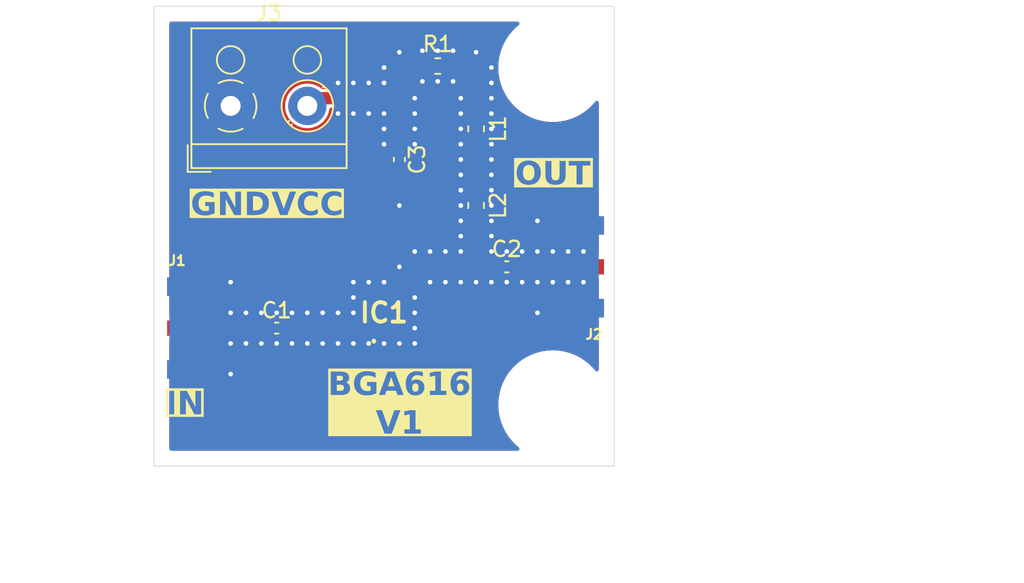
<source format=kicad_pcb>
(kicad_pcb (version 20240108) (generator "pcbnew") (generator_version "8.0")
  (layers (0 "F.Cu" signal) (31 "B.Cu" signal) (34 "B.Paste" user) (35 "F.Paste" user) (36 "B.SilkS" user "B.Silkscreen") (37 "F.SilkS" user "F.Silkscreen") (38 "B.Mask" user) (39 "F.Mask" user) (44 "Edge.Cuts" user))
  (net 0 "")
  (net 1 "Net-(J1-In)")
  (net 2 "Net-(IC1-IN)")
  (net 3 "Net-(J2-In)")
  (net 4 "Net-(IC1-OUT)")
  (net 5 "GND")
  (net 6 "Net-(L1-Pad2)")
  (net 7 "Net-(L1-Pad1)")
  (net 8 "Net-(J3-Pin_2)")
  (footprint "Inductor_SMD:L_0603_1608Metric_Pad1.05x0.95mm_HandSolder" (layer "F.Cu") (at 128.5 93.9)
    (property "Reference" "R1" (at 0 -1.43 0) (layer "F.SilkS"))
    (property "Value" "15")
    (fp_line (start -0.171267 -0.51) (end 0.171267 -0.51) (stroke (width 0.12)) (layer "F.SilkS"))
    (fp_line (start -0.171267 0.51) (end 0.171267 0.51) (stroke (width 0.12)) (layer "F.SilkS"))
    (pad "1" smd roundrect (at -0.875 0) (size 1.05 0.95) (layers "F.Cu" "F.Paste" "F.Mask") (net 8 "Net-(J3-Pin_2)"))
    (pad "2" smd roundrect (at 0.875 0) (size 1.05 0.95) (layers "F.Cu" "F.Paste" "F.Mask") (net 7 "Net-(L1-Pad1)"))
  )
  (footprint "MountingHole:MountingHole_3.2mm_M3_DIN965" (layer "F.Cu") (at 136 94)
    (property "Reference" "H1" (hide yes))
    (property "Value" "M3 mounting hole")
    (pad "" np_thru_hole circle (at 0 0) (size 3.2 3.2) (drill 3.2) (layers "*.Cu" "*.Mask"))
  )
  (footprint "Capacitor_SMD:C_0402_1005Metric_Pad0.74x0.62mm_HandSolder" (layer "F.Cu") (at 126 100 -90)
    (property "Reference" "C3" (at 0 -1.16 -90) (layer "F.SilkS"))
    (property "Value" "10nF")
    (fp_line (start -0.115835 0.36) (end 0.115835 0.36) (stroke (width 0.12)) (layer "F.SilkS"))
    (fp_line (start -0.115835 -0.36) (end 0.115835 -0.36) (stroke (width 0.12)) (layer "F.SilkS"))
    (pad "1" smd roundrect (at -0.5675 0 270) (size 0.735 0.62) (layers "F.Cu" "F.Paste" "F.Mask") (net 8 "Net-(J3-Pin_2)"))
    (pad "2" smd roundrect (at 0.5675 0 270) (size 0.735 0.62) (layers "F.Cu" "F.Paste" "F.Mask") (net 5 "GND"))
  )
  (footprint "Capacitor_SMD:C_0402_1005Metric_Pad0.74x0.62mm_HandSolder" (layer "F.Cu") (at 133 107)
    (property "Reference" "C2" (at 0 -1.16 0) (layer "F.SilkS"))
    (property "Value" "10nF")
    (fp_line (start -0.115835 -0.36) (end 0.115835 -0.36) (stroke (width 0.12)) (layer "F.SilkS"))
    (fp_line (start -0.115835 0.36) (end 0.115835 0.36) (stroke (width 0.12)) (layer "F.SilkS"))
    (pad "1" smd roundrect (at -0.5675 0) (size 0.735 0.62) (layers "F.Cu" "F.Paste" "F.Mask") (net 4 "Net-(IC1-OUT)"))
    (pad "2" smd roundrect (at 0.5675 0) (size 0.735 0.62) (layers "F.Cu" "F.Paste" "F.Mask") (net 3 "Net-(J2-In)"))
  )
  (footprint "rx_amp:RFSOLUTIONS_CON-SMA-EDGE-S" (layer "F.Cu") (at 138.69 107 180)
    (property "Reference" "J2" (at 0 -4.4064 180) (layer "F.SilkS") (effects (font (size 0.64 0.64))))
    (property "Value" "Signal_Out")
    (pad "1" smd rect (at 1.3 0 180) (size 3.9 1) (layers "F.Cu" "F.Paste" "F.Mask") (net 3 "Net-(J2-In)"))
    (pad "2" smd rect (at 1.3 -2.7 180) (size 3.9 1.2) (layers "F.Cu" "F.Paste" "F.Mask") (net 5 "GND"))
    (pad "2" smd rect (at 1.3 -2.7 180) (size 3.9 1.2) (layers "B.Cu" "B.Paste" "B.Mask") (net 5 "GND"))
    (pad "2" smd rect (at 1.3 2.7 180) (size 3.9 1.2) (layers "F.Cu" "F.Paste" "F.Mask") (net 5 "GND"))
    (pad "2" smd rect (at 1.3 2.7 180) (size 3.9 1.2) (layers "B.Cu" "B.Paste" "B.Mask") (net 5 "GND"))
  )
  (footprint "rx_amp:RFSOLUTIONS_CON-SMA-EDGE-S" (layer "F.Cu") (at 111.51 111)
    (property "Reference" "J1" (at 0 -4.4064 0) (layer "F.SilkS") (effects (font (size 0.64 0.64))))
    (property "Value" "Signal_In")
    (pad "1" smd rect (at 1.3 0) (size 3.9 1) (layers "F.Cu" "F.Paste" "F.Mask") (net 1 "Net-(J1-In)"))
    (pad "2" smd rect (at 1.3 -2.7) (size 3.9 1.2) (layers "F.Cu" "F.Paste" "F.Mask") (net 5 "GND"))
    (pad "2" smd rect (at 1.3 -2.7) (size 3.9 1.2) (layers "B.Cu" "B.Paste" "B.Mask") (net 5 "GND"))
    (pad "2" smd rect (at 1.3 2.7) (size 3.9 1.2) (layers "F.Cu" "F.Paste" "F.Mask") (net 5 "GND"))
    (pad "2" smd rect (at 1.3 2.7) (size 3.9 1.2) (layers "B.Cu" "B.Paste" "B.Mask") (net 5 "GND"))
  )
  (footprint "Inductor_SMD:L_0603_1608Metric_Pad1.05x0.95mm_HandSolder" (layer "F.Cu") (at 131 103 -90)
    (property "Reference" "L2" (at 0 -1.43 90) (layer "F.SilkS"))
    (property "Value" "10uHy")
    (fp_line (start -0.171268 0.51) (end 0.171268 0.51) (stroke (width 0.12)) (layer "F.SilkS"))
    (fp_line (start -0.171268 -0.51) (end 0.171268 -0.51) (stroke (width 0.12)) (layer "F.SilkS"))
    (pad "1" smd roundrect (at -0.874999 0 270) (size 1.05 0.95) (layers "F.Cu" "F.Paste" "F.Mask") (net 6 "Net-(L1-Pad2)"))
    (pad "2" smd roundrect (at 0.874999 0 270) (size 1.05 0.95) (layers "F.Cu" "F.Paste" "F.Mask") (net 4 "Net-(IC1-OUT)"))
  )
  (footprint "rx_amp:BGA616H6327XTSA1" (layer "F.Cu") (at 124.99 110)
    (property "Reference" "IC1" (at 0 0 0) (layer "F.SilkS") (effects (font (size 1.27 1.27) (thickness 0.254))))
    (property "Value" "BGA616H6327XTSA1" (hide yes))
    (fp_line (start -0.65 1.8) (end -0.65 1.8) (stroke (width 0.2)) (layer "F.SilkS"))
    (fp_line (start -0.65 1.8) (end -0.65 1.8) (stroke (width 0.2)) (layer "F.SilkS"))
    (fp_line (start -0.65 1.9) (end -0.65 1.9) (stroke (width 0.2)) (layer "F.SilkS"))
    (fp_arc (start -0.65 1.8) (mid -0.6 1.85) (end -0.65 1.9) (stroke (width 0.2)) (layer "F.SilkS"))
    (fp_arc (start -0.65 1.9) (mid -0.7 1.85) (end -0.65 1.8) (stroke (width 0.2)) (layer "F.SilkS"))
    (fp_arc (start -0.65 1.9) (mid -0.7 1.85) (end -0.65 1.8) (stroke (width 0.2)) (layer "F.SilkS"))
    (pad "1" smd rect (at -0.65 1.01) (size 0.5 0.58) (layers "F.Cu" "F.Paste" "F.Mask") (net 2 "Net-(IC1-IN)"))
    (pad "2" smd rect (at 0.5 1.01 90) (size 0.58 0.8) (layers "F.Cu" "F.Paste" "F.Mask") (net 5 "GND"))
    (pad "3" smd rect (at 0.65 -1.01) (size 0.5 0.58) (layers "F.Cu" "F.Paste" "F.Mask") (net 4 "Net-(IC1-OUT)"))
    (pad "4" smd rect (at -0.65 -1.01) (size 0.5 0.58) (layers "F.Cu" "F.Paste" "F.Mask") (net 5 "GND"))
  )
  (footprint "Inductor_SMD:L_0603_1608Metric_Pad1.05x0.95mm_HandSolder" (layer "F.Cu") (at 131 98 -90)
    (property "Reference" "L1" (at 0 -1.43 90) (layer "F.SilkS"))
    (property "Value" "10uHy")
    (fp_line (start -0.171268 0.51) (end 0.171268 0.51) (stroke (width 0.12)) (layer "F.SilkS"))
    (fp_line (start -0.171268 -0.51) (end 0.171268 -0.51) (stroke (width 0.12)) (layer "F.SilkS"))
    (pad "1" smd roundrect (at -0.874999 0 270) (size 1.05 0.95) (layers "F.Cu" "F.Paste" "F.Mask") (net 7 "Net-(L1-Pad1)"))
    (pad "2" smd roundrect (at 0.874999 0 270) (size 1.05 0.95) (layers "F.Cu" "F.Paste" "F.Mask") (net 6 "Net-(L1-Pad2)"))
  )
  (footprint "Capacitor_SMD:C_0402_1005Metric_Pad0.74x0.62mm_HandSolder" (layer "F.Cu") (at 118 111)
    (property "Reference" "C1" (at 0 -1.16 0) (layer "F.SilkS"))
    (property "Value" "10nF")
    (fp_line (start -0.115835 -0.36) (end 0.115835 -0.36) (stroke (width 0.12)) (layer "F.SilkS"))
    (fp_line (start -0.115835 0.36) (end 0.115835 0.36) (stroke (width 0.12)) (layer "F.SilkS"))
    (pad "1" smd roundrect (at -0.5675 0) (size 0.735 0.62) (layers "F.Cu" "F.Paste" "F.Mask") (net 1 "Net-(J1-In)"))
    (pad "2" smd roundrect (at 0.5675 0) (size 0.735 0.62) (layers "F.Cu" "F.Paste" "F.Mask") (net 2 "Net-(IC1-IN)"))
  )
  (footprint "TerminalBlock_RND:TerminalBlock_RND_205-00001_1x02_P5.00mm_Horizontal" (layer "F.Cu") (at 115 96.5)
    (property "Reference" "J3" (at 2.5 -6.06 0) (layer "F.SilkS"))
    (property "Value" "Screw_Terminal_01x02")
    (fp_line (start -2.8 2.56) (end -2.8 4.3) (stroke (width 0.12)) (layer "F.SilkS"))
    (fp_line (start -2.8 4.3) (end -1.3 4.3) (stroke (width 0.12)) (layer "F.SilkS"))
    (fp_line (start -2.56 -5.06) (end -2.56 4.06) (stroke (width 0.12)) (layer "F.SilkS"))
    (fp_line (start -2.56 -5.06) (end 7.56 -5.06) (stroke (width 0.12)) (layer "F.SilkS"))
    (fp_line (start -2.56 2.5) (end 7.56 2.5) (stroke (width 0.12)) (layer "F.SilkS"))
    (fp_line (start -2.56 4.06) (end 7.56 4.06) (stroke (width 0.12)) (layer "F.SilkS"))
    (fp_line (start 3.82 0.976) (end 3.726 1.069) (stroke (width 0.12)) (layer "F.SilkS"))
    (fp_line (start 3.99 1.216) (end 3.931 1.274) (stroke (width 0.12)) (layer "F.SilkS"))
    (fp_line (start 6.07 -1.275) (end 6.011 -1.216) (stroke (width 0.12)) (layer "F.SilkS"))
    (fp_line (start 6.275 -1.069) (end 6.181 -0.976) (stroke (width 0.12)) (layer "F.SilkS"))
    (fp_line (start 7.56 -5.06) (end 7.56 4.06) (stroke (width 0.12)) (layer "F.SilkS"))
    (fp_arc (start -1.483953 0.789089) (mid -1.680708 0.00005) (end -1.484 -0.789) (stroke (width 0.12)) (layer "F.SilkS"))
    (fp_arc (start -0.789089 -1.483953) (mid -0.00005 -1.680708) (end 0.789 -1.484) (stroke (width 0.12)) (layer "F.SilkS"))
    (fp_arc (start 0.029383 1.68045) (mid -0.392304 1.634281) (end -0.789 1.484) (stroke (width 0.12)) (layer "F.SilkS"))
    (fp_arc (start 0.788712 1.483352) (mid 0.406429 1.630097) (end 0 1.68) (stroke (width 0.12)) (layer "F.SilkS"))
    (fp_arc (start 1.483953 -0.789089) (mid 1.680708 -0.00005) (end 1.484 0.789) (stroke (width 0.12)) (layer "F.SilkS"))
    (fp_circle (center 0 -3) (end 0.9 -3) (stroke (width 0.12)) (fill none) (layer "F.SilkS"))
    (fp_circle (center 5 -3) (end 5.9 -3) (stroke (width 0.12)) (fill none) (layer "F.SilkS"))
    (fp_circle (center 5 0) (end 6.68 0) (stroke (width 0.12)) (fill none) (layer "F.SilkS"))
    (pad "1" thru_hole rect (at 0 0) (size 2.5 2.5) (drill 1.3) (layers "*.Cu" "*.Mask") (net 5 "GND"))
    (pad "2" thru_hole circle (at 5 0) (size 2.5 2.5) (drill 1.3) (layers "*.Cu" "*.Mask") (net 8 "Net-(J3-Pin_2)"))
  )
  (footprint "MountingHole:MountingHole_3.2mm_M3_DIN965" (layer "F.Cu") (at 136 116)
    (property "Reference" "H3" (hide yes))
    (property "Value" "M3 mounting hole")
    (pad "" np_thru_hole circle (at 0 0) (size 3.2 3.2) (drill 3.2) (layers "*.Cu" "*.Mask"))
  )
  (gr_rect (start 110 90) (end 140 120) (stroke (width 0.05)) (fill none) (layer "Edge.Cuts"))
  (gr_text "BGA616\nV1" (at 126 116 0) (layer "F.SilkS" knockout) (effects (font (size 1.5 1.5) (thickness 0.3) (bold yes) (italic yes))))
  (gr_text "OUT" (at 136 101 0) (layer "F.SilkS" knockout) (effects (font (size 1.5 1.5) (thickness 0.3) (bold yes) (italic yes))))
  (gr_text "VCC" (at 120 103 0) (layer "F.SilkS" knockout) (effects (font (size 1.5 1.5) (thickness 0.3) (bold yes) (italic yes))))
  (gr_text "IN" (at 112 116 0) (layer "F.SilkS" knockout) (effects (font (size 1.5 1.5) (thickness 0.3) (bold yes) (italic yes))))
  (gr_text "GND" (at 115 103 0) (layer "F.SilkS" knockout) (effects (font (size 1.5 1.5) (thickness 0.3) (bold yes) (italic yes))))
  (segment (start 117.4325 111) (end 112.3 111) (width 0.8) (layer "F.Cu") (net 1))
  (segment (start 124.34 111.01) (end 118.5775 111.01) (width 0.8) (layer "F.Cu") (net 2))
  (segment (start 118.5775 111.01) (end 118.5675 111) (width 0.8) (layer "F.Cu") (net 2))
  (segment (start 137.39 107) (end 133.5675 107) (width 0.8) (layer "F.Cu") (net 3))
  (segment (start 130 107) (end 131 107) (width 0.8) (layer "F.Cu") (net 4))
  (segment (start 132.4325 107) (end 130 107) (width 0.8) (layer "F.Cu") (net 4))
  (segment (start 130 107) (end 127.63 107) (width 0.8) (layer "F.Cu") (net 4))
  (segment (start 131 107) (end 131 103.874999) (width 0.8) (layer "F.Cu") (net 4))
  (segment (start 127.63 107) (end 125.64 108.99) (width 0.8) (layer "F.Cu") (net 4))
  (segment (start 126 103) (end 126 100.5675) (width 0.8) (layer "F.Cu") (net 5))
  (via (at 122 110) (size 0.5) (drill 0.3) (layers "F.Cu" "B.Cu") (net 5))
  (via (at 131 93) (size 0.5) (drill 0.3) (layers "F.Cu" "B.Cu") (net 5))
  (via (at 138 106) (size 0.5) (drill 0.3) (layers "F.Cu" "B.Cu") (net 5))
  (via (at 130 108) (size 0.5) (drill 0.3) (layers "F.Cu" "B.Cu") (net 5))
  (via (at 135 106) (size 0.5) (drill 0.3) (layers "F.Cu" "B.Cu") (net 5))
  (via (at 127 106) (size 0.5) (drill 0.3) (layers "F.Cu" "B.Cu") (net 5))
  (via (at 132 108) (size 0.5) (drill 0.3) (layers "F.Cu" "B.Cu") (net 5))
  (via (at 125 108) (size 0.5) (drill 0.3) (layers "F.Cu" "B.Cu") (net 5))
  (via (at 132 102) (size 0.5) (drill 0.3) (layers "F.Cu" "B.Cu") (net 5))
  (via (at 129 106) (size 0.5) (drill 0.3) (layers "F.Cu" "B.Cu") (net 5))
  (via (at 130 99) (size 0.5) (drill 0.3) (layers "F.Cu" "B.Cu") (net 5))
  (via (at 122 112) (size 0.5) (drill 0.3) (layers "F.Cu" "B.Cu") (net 5))
  (via (at 127 111) (size 0.5) (drill 0.3) (layers "F.Cu" "B.Cu") (net 5))
  (via (at 134 108) (size 0.5) (drill 0.3) (layers "F.Cu" "B.Cu") (net 5))
  (via (at 120 110) (size 0.5) (drill 0.3) (layers "F.Cu" "B.Cu") (net 5))
  (via (at 134 106) (size 0.5) (drill 0.3) (layers "F.Cu" "B.Cu") (net 5))
  (via (at 121 112) (size 0.5) (drill 0.3) (layers "F.Cu" "B.Cu") (net 5))
  (via (at 127 109) (size 0.5) (drill 0.3) (layers "F.Cu" "B.Cu") (net 5))
  (via (at 132 105) (size 0.5) (drill 0.3) (layers "F.Cu" "B.Cu") (net 5))
  (via (at 130 97) (size 0.5) (drill 0.3) (layers "F.Cu" "B.Cu") (net 5))
  (via (at 115 110) (size 0.5) (drill 0.3) (layers "F.Cu" "B.Cu") (net 5))
  (via (at 133 108) (size 0.5) (drill 0.3) (layers "F.Cu" "B.Cu") (net 5))
  (via (at 127 99) (size 0.5) (drill 0.3) (layers "F.Cu" "B.Cu") (net 5))
  (via (at 137 106) (size 0.5) (drill 0.3) (layers "F.Cu" "B.Cu") (net 5))
  (via (at 120 112) (size 0.5) (drill 0.3) (layers "F.Cu" "B.Cu") (net 5))
  (via (at 125 95) (size 0.5) (drill 0.3) (layers "F.Cu" "B.Cu") (net 5))
  (via (at 116 110) (size 0.5) (drill 0.3) (layers "F.Cu" "B.Cu") (net 5))
  (via (at 115 108) (size 0.5) (drill 0.3) (layers "F.Cu" "B.Cu") (net 5))
  (via (at 126 112) (size 0.5) (drill 0.3) (layers "F.Cu" "B.Cu") (net 5))
  (via (at 117 110) (size 0.5) (drill 0.3) (layers "F.Cu" "B.Cu") (net 5))
  (via (at 119 112) (size 0.5) (drill 0.3) (layers "F.Cu" "B.Cu") (net 5))
  (via (at 130 96) (size 0.5) (drill 0.3) (layers "F.Cu" "B.Cu") (net 5))
  (via (at 133 106) (size 0.5) (drill 0.3) (layers "F.Cu" "B.Cu") (net 5))
  (via (at 132 99) (size 0.5) (drill 0.3) (layers "F.Cu" "B.Cu") (net 5))
  (via (at 130 100) (size 0.5) (drill 0.3) (layers "F.Cu" "B.Cu") (net 5))
  (via (at 132 104) (size 0.5) (drill 0.3) (layers "F.Cu" "B.Cu") (net 5))
  (via (at 127.5 92.9) (size 0.5) (drill 0.3) (layers "F.Cu" "B.Cu") (net 5))
  (via (at 128 108) (size 0.5) (drill 0.3) (layers "F.Cu" "B.Cu") (net 5))
  (via (at 124 95) (size 0.5) (drill 0.3) (layers "F.Cu" "B.Cu") (net 5))
  (via (at 124 112) (size 0.5) (drill 0.3) (layers "F.Cu" "B.Cu") (net 5))
  (via (at 135 104) (size 0.5) (drill 0.3) (layers "F.Cu" "B.Cu") (net 5))
  (via (at 130 102) (size 0.5) (drill 0.3) (layers "F.Cu" "B.Cu") (net 5))
  (via (at 123 108) (size 0.5) (drill 0.3) (layers "F.Cu" "B.Cu") (net 5))
  (via (at 138 108) (size 0.5) (drill 0.3) (layers "F.Cu" "B.Cu") (net 5))
  (via (at 115 114) (size 0.5) (drill 0.3) (layers "F.Cu" "B.Cu") (net 5))
  (via (at 130 102) (size 0.5) (drill 0.3) (layers "F.Cu" "B.Cu") (net 5))
  (via (at 129.5 92.9) (size 0.5) (drill 0.3) (layers "F.Cu" "B.Cu") (net 5))
  (via (at 130 100) (size 0.5) (drill 0.3) (layers "F.Cu" "B.Cu") (net 5))
  (via (at 115 112) (size 0.5) (drill 0.3) (layers "F.Cu" "B.Cu") (net 5))
  (via (at 136 108) (size 0.5) (drill 0.3) (layers "F.Cu" "B.Cu") (net 5))
  (via (at 125 97) (size 0.5) (drill 0.3) (layers "F.Cu" "B.Cu") (net 5))
  (via (at 125 112) (size 0.5) (drill 0.3) (layers "F.Cu" "B.Cu") (net 5))
  (via (at 127 98) (size 0.5) (drill 0.3) (layers "F.Cu" "B.Cu") (net 5))
  (via (at 125 94) (size 0.5) (drill 0.3) (layers "F.Cu" "B.Cu") (net 5))
  (via (at 132 103) (size 0.5) (drill 0.3) (layers "F.Cu" "B.Cu") (net 5))
  (via (at 132 101) (size 0.5) (drill 0.3) (layers "F.Cu" "B.Cu") (net 5))
  (via (at 130 105) (size 0.5) (drill 0.3) (layers "F.Cu" "B.Cu") (net 5))
  (via (at 118 112) (size 0.5) (drill 0.3) (layers "F.Cu" "B.Cu") (net 5))
  (via (at 121 110) (size 0.5) (drill 0.3) (layers "F.Cu" "B.Cu") (net 5))
  (via (at 126 103) (size 0.5) (drill 0.3) (layers "F.Cu" "B.Cu") (net 5))
  (via (at 128 106) (size 0.5) (drill 0.3) (layers "F.Cu" "B.Cu") (net 5))
  (via (at 126 93) (size 0.5) (drill 0.3) (layers "F.Cu" "B.Cu") (net 5))
  (via (at 136 106) (size 0.5) (drill 0.3) (layers "F.Cu" "B.Cu") (net 5))
  (via (at 123 109) (size 0.5) (drill 0.3) (layers "F.Cu" "B.Cu") (net 5))
  (via (at 123 112) (size 0.5) (drill 0.3) (layers "F.Cu" "B.Cu") (net 5))
  (via (at 132 106) (size 0.5) (drill 0.3) (layers "F.Cu" "B.Cu") (net 5))
  (via (at 132 95) (size 0.5) (drill 0.3) (layers "F.Cu" "B.Cu") (net 5))
  (via (at 119 110) (size 0.5) (drill 0.3) (layers "F.Cu" "B.Cu") (net 5))
  (via (at 117 112) (size 0.5) (drill 0.3) (layers "F.Cu" "B.Cu") (net 5))
  (via (at 132 96) (size 0.5) (drill 0.3) (layers "F.Cu" "B.Cu") (net 5))
  (via (at 129 108) (size 0.5) (drill 0.3) (layers "F.Cu" "B.Cu") (net 5))
  (via (at 128.5 94.9) (size 0.5) (drill 0.3) (layers "F.Cu" "B.Cu") (net 5))
  (via (at 130 101) (size 0.5) (drill 0.3) (layers "F.Cu" "B.Cu") (net 5))
  (via (at 124 97) (size 0.5) (drill 0.3) (layers "F.Cu" "B.Cu") (net 5))
  (via (at 130 98) (size 0.5) (drill 0.3) (layers "F.Cu" "B.Cu") (net 5))
  (via (at 135 110) (size 0.5) (drill 0.3) (layers "F.Cu" "B.Cu") (net 5))
  (via (at 127 110) (size 0.5) (drill 0.3) (layers "F.Cu" "B.Cu") (net 5))
  (via (at 137 108) (size 0.5) (drill 0.3) (layers "F.Cu" "B.Cu") (net 5))
  (via (at 131 108) (size 0.5) (drill 0.3) (layers "F.Cu" "B.Cu") (net 5))
  (via (at 124 108) (size 0.5) (drill 0.3) (layers "F.Cu" "B.Cu") (net 5))
  (via (at 123 110) (size 0.5) (drill 0.3) (layers "F.Cu" "B.Cu") (net 5))
  (via (at 123 95) (size 0.5) (drill 0.3) (layers "F.Cu" "B.Cu") (net 5))
  (via (at 127 96) (size 0.5) (drill 0.3) (layers "F.Cu" "B.Cu") (net 5))
  (via (at 122 95) (size 0.5) (drill 0.3) (layers "F.Cu" "B.Cu") (net 5))
  (via (at 118 110) (size 0.5) (drill 0.3) (layers "F.Cu" "B.Cu") (net 5))
  (via (at 130 106) (size 0.5) (drill 0.3) (layers "F.Cu" "B.Cu") (net 5))
  (via (at 128.5 92.9) (size 0.5) (drill 0.3) (layers "F.Cu" "B.Cu") (net 5))
  (via (at 126 107) (size 0.5) (drill 0.3) (layers "F.Cu" "B.Cu") (net 5))
  (via (at 130 104) (size 0.5) (drill 0.3) (layers "F.Cu" "B.Cu") (net 5))
  (via (at 123 97) (size 0.5) (drill 0.3) (layers "F.Cu" "B.Cu") (net 5))
  (via (at 132 98) (size 0.5) (drill 0.3) (layers "F.Cu" "B.Cu") (net 5))
  (via (at 130 103) (size 0.5) (drill 0.3) (layers "F.Cu" "B.Cu") (net 5))
  (via (at 125 99) (size 0.5) (drill 0.3) (layers "F.Cu" "B.Cu") (net 5))
  (via (at 132 100) (size 0.5) (drill 0.3) (layers "F.Cu" "B.Cu") (net 5))
  (via (at 129.5 94.9) (size 0.5) (drill 0.3) (layers "F.Cu" "B.Cu") (net 5))
  (via (at 132 94) (size 0.5) (drill 0.3) (layers "F.Cu" "B.Cu") (net 5))
  (via (at 116 112) (size 0.5) (drill 0.3) (layers "F.Cu" "B.Cu") (net 5))
  (via (at 125 98) (size 0.5) (drill 0.3) (layers "F.Cu" "B.Cu") (net 5))
  (via (at 122 97) (size 0.5) (drill 0.3) (layers "F.Cu" "B.Cu") (net 5))
  (via (at 132 97) (size 0.5) (drill 0.3) (layers "F.Cu" "B.Cu") (net 5))
  (via (at 130 103) (size 0.5) (drill 0.3) (layers "F.Cu" "B.Cu") (net 5))
  (via (at 127 97) (size 0.5) (drill 0.3) (layers "F.Cu" "B.Cu") (net 5))
  (via (at 127 112) (size 0.5) (drill 0.3) (layers "F.Cu" "B.Cu") (net 5))
  (via (at 127.5 94.9) (size 0.5) (drill 0.3) (layers "F.Cu" "B.Cu") (net 5))
  (via (at 135 108) (size 0.5) (drill 0.3) (layers "F.Cu" "B.Cu") (net 5))
  (segment (start 131 102.125001) (end 131 98.874999) (width 0.8) (layer "F.Cu") (net 6))
  (segment (start 129.9 93.9) (end 129.375 93.9) (width 0.8) (layer "F.Cu") (net 7))
  (segment (start 131 95) (end 129.9 93.9) (width 0.8) (layer "F.Cu") (net 7))
  (segment (start 131 97.125001) (end 131 95) (width 0.8) (layer "F.Cu") (net 7))
  (segment (start 126 96) (end 126 95) (width 0.8) (layer "F.Cu") (net 8))
  (segment (start 127.1 93.9) (end 127.625 93.9) (width 0.8) (layer "F.Cu") (net 8))
  (segment (start 120 96.5) (end 120.5 96) (width 0.8) (layer "F.Cu") (net 8))
  (segment (start 126 95) (end 127.1 93.9) (width 0.8) (layer "F.Cu") (net 8))
  (segment (start 120.5 96) (end 126 96) (width 0.8) (layer "F.Cu") (net 8))
  (segment (start 126 96) (end 126 99.4325) (width 0.8) (layer "F.Cu") (net 8))
  (zone (net 5) (net_name "GND") (layer "F.Cu") (connect_pads yes (clearance 0.2)) (min_thickness 0.3) (fill yes (thermal_gap 0.5) (thermal_bridge_width 0.5))
    (polygon (pts (xy 111 91) (xy 139 91) (xy 139 119) (xy 111 119)))
  )
  (zone (net 5) (net_name "GND") (layer "B.Cu") (connect_pads yes (clearance 0.5)) (min_thickness 0.25) (fill yes (thermal_gap 0.5) (thermal_bridge_width 0.5))
    (polygon (pts (xy 111 91) (xy 139 91) (xy 139 119) (xy 111 119)))
  )
)
</source>
